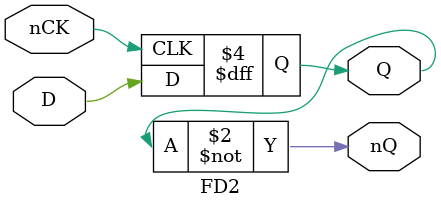
<source format=v>
`timescale 1ns/1ns

module FD2(
	input nCK,
	input D,
	output reg Q,
	output nQ
);

	initial
		Q <= 1'b0;

	always @(negedge nCK)
		Q <= #1 D;
	
	assign nQ = ~Q;

endmodule

</source>
